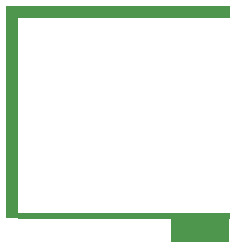
<source format=gbp>
G75*
G70*
%OFA0B0*%
%FSLAX24Y24*%
%IPPOS*%
%LPD*%
%AMOC8*
5,1,8,0,0,1.08239X$1,22.5*
%
%ADD10R,0.7480X0.0394*%
%ADD11R,0.0394X0.6693*%
%ADD12R,0.7087X0.0197*%
%ADD13R,0.1969X0.0787*%
D10*
X039945Y023214D03*
D11*
X036402Y019671D03*
D12*
X040142Y016423D03*
D13*
X042701Y015931D03*
M02*

</source>
